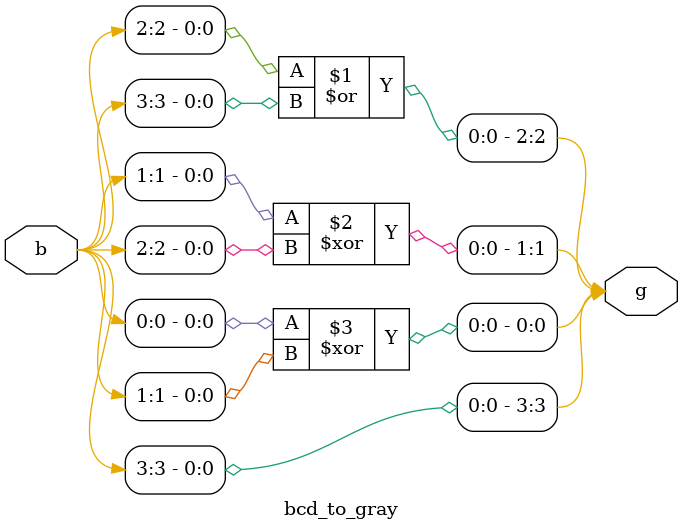
<source format=v>
module bcd_to_gray(b,g);
  input [3:0] b;
  output [3:0] g;
  
  buf (g[3],b[3]);
  or (g[2],b[2],b[3]);
  xor (g[1],b[1],b[2]);
  xor (g[0],b[0],b[1]);
endmodule
</source>
